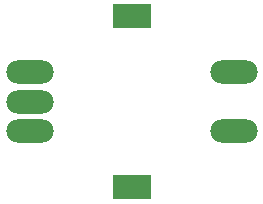
<source format=gbp>
%TF.GenerationSoftware,KiCad,Pcbnew,(6.0.0-rc1-393-g0ad0627bb0)*%
%TF.CreationDate,2021-12-16T01:21:55+00:00*%
%TF.ProjectId,solarpump_disp,736f6c61-7270-4756-9d70-5f646973702e,1.0*%
%TF.SameCoordinates,Original*%
%TF.FileFunction,Paste,Bot*%
%TF.FilePolarity,Positive*%
%FSLAX46Y46*%
G04 Gerber Fmt 4.6, Leading zero omitted, Abs format (unit mm)*
G04 Created by KiCad (PCBNEW (6.0.0-rc1-393-g0ad0627bb0)) date 2021-12-16 01:21:55*
%MOMM*%
%LPD*%
G01*
G04 APERTURE LIST*
%ADD10O,4.000000X2.000000*%
%ADD11R,3.200000X2.000000*%
G04 APERTURE END LIST*
D10*
%TO.C,SW2*%
X161672600Y-36029900D03*
X161672600Y-41029900D03*
X161672600Y-38529900D03*
D11*
X170294600Y-31280900D03*
X170294000Y-45783300D03*
D10*
X178916000Y-41004500D03*
X178916000Y-36004500D03*
%TD*%
M02*

</source>
